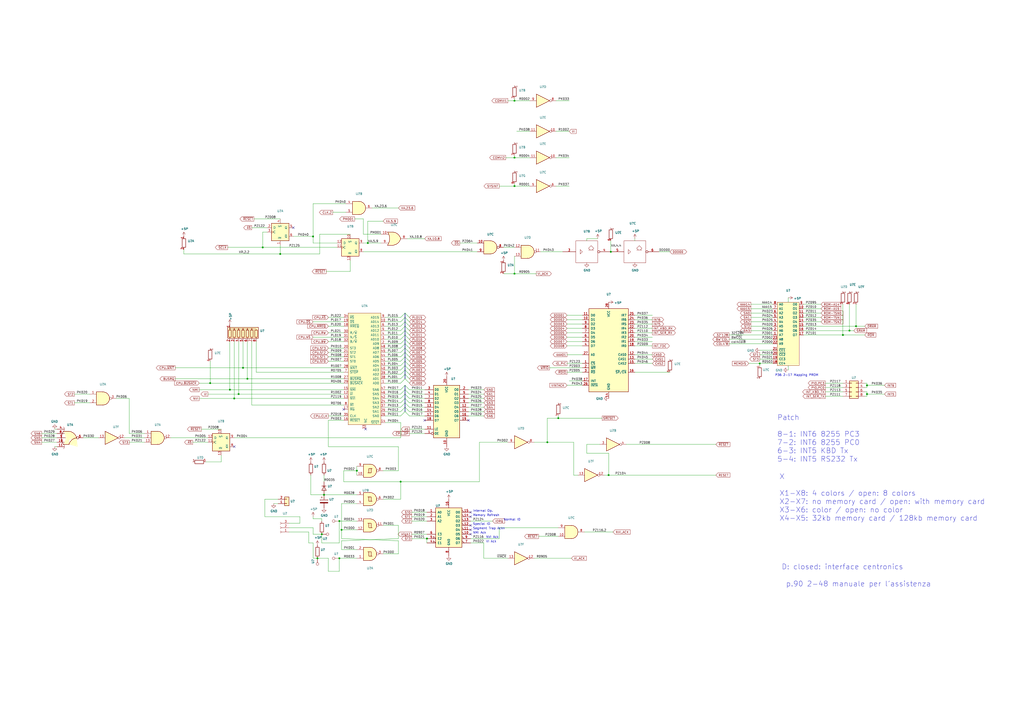
<source format=kicad_sch>
(kicad_sch (version 20220820) (generator eeschema)
  (paper "A2")
  (title_block (title "10 CPU"))
  (junction (at 187.96 287.02))
  (junction (at 298.45 107.95))
  (junction (at 184.15 323.85))
  (junction (at 162.56 147.32))
  (junction (at 298.45 158.75))
  (junction (at 323.85 242.57))
  (junction (at 298.45 58.42))
  (junction (at 196.85 323.85))
  (junction (at 198.12 307.34))
  (junction (at 138.43 228.6))
  (junction (at 247.65 312.42))
  (junction (at 140.97 213.36))
  (junction (at 121.92 222.25))
  (junction (at 196.85 302.26))
  (junction (at 488.95 194.31))
  (junction (at 186.69 309.88))
  (junction (at 492.76 191.77))
  (junction (at 317.5 256.54))
  (junction (at 354.33 146.05))
  (junction (at 135.89 231.14))
  (junction (at 152.4 143.51))
  (junction (at 440.69 210.82))
  (junction (at 232.41 279.4))
  (junction (at 298.45 91.44))
  (junction (at 133.35 226.06))
  (junction (at 496.57 189.23))
  (junction (at 502.92 228.6))
  (junction (at 207.01 273.05))
  (junction (at 353.06 275.59))
  (junction (at 502.92 223.52))
  (junction (at 181.61 137.16))
  (junction (at 143.51 219.71))
  (junction (at 213.36 140.97))
  (no_connect (at 273.05 307.34))
  (no_connect (at 246.38 243.84))
  (no_connect (at 273.05 299.72))
  (no_connect (at 199.39 237.49))
  (no_connect (at 273.05 304.8))
  (no_connect (at 665.48 339.09))
  (no_connect (at 170.18 132.08))
  (no_connect (at 271.78 243.84))
  (no_connect (at 135.89 259.08))
  (no_connect (at 212.09 248.92))
  (no_connect (at 273.05 309.88))
  (no_connect (at 273.05 297.18))
  (no_connect (at 619.76 53.34))
  (bus_entry (at 234.95 238.76) (size -2.54 2.54))
  (bus_entry (at 234.95 233.68) (size 2.54 2.54))
  (bus_entry (at 234.95 228.6) (size -2.54 2.54))
  (bus_entry (at 234.95 189.23) (size -2.54 2.54))
  (bus_entry (at 234.95 226.06) (size 2.54 2.54))
  (bus_entry (at 234.95 207.01) (size 2.54 2.54))
  (bus_entry (at 234.95 226.06) (size -2.54 2.54))
  (bus_entry (at 234.95 212.09) (size 2.54 2.54))
  (bus_entry (at 234.95 212.09) (size -2.54 2.54))
  (bus_entry (at 234.95 199.39) (size -2.54 2.54))
  (bus_entry (at 234.95 214.63) (size -2.54 2.54))
  (bus_entry (at 234.95 181.61) (size 2.54 2.54))
  (bus_entry (at 234.95 223.52) (size 2.54 2.54))
  (bus_entry (at 234.95 204.47) (size 2.54 2.54))
  (bus_entry (at 234.95 231.14) (size 2.54 2.54))
  (bus_entry (at 234.95 186.69) (size -2.54 2.54))
  (bus_entry (at 234.95 207.01) (size -2.54 2.54))
  (bus_entry (at 234.95 199.39) (size 2.54 2.54))
  (bus_entry (at 234.95 196.85) (size 2.54 2.54))
  (bus_entry (at 234.95 209.55) (size 2.54 2.54))
  (bus_entry (at 234.95 228.6) (size 2.54 2.54))
  (bus_entry (at 234.95 189.23) (size 2.54 2.54))
  (bus_entry (at 234.95 217.17) (size 2.54 2.54))
  (bus_entry (at 234.95 236.22) (size 2.54 2.54))
  (bus_entry (at 234.95 186.69) (size 2.54 2.54))
  (bus_entry (at 234.95 219.71) (size 2.54 2.54))
  (bus_entry (at 234.95 204.47) (size -2.54 2.54))
  (bus_entry (at 234.95 231.14) (size -2.54 2.54))
  (bus_entry (at 234.95 201.93) (size 2.54 2.54))
  (bus_entry (at 234.95 181.61) (size -2.54 2.54))
  (bus_entry (at 234.95 219.71) (size -2.54 2.54))
  (bus_entry (at 234.95 223.52) (size -2.54 2.54))
  (bus_entry (at 234.95 194.31) (size -2.54 2.54))
  (bus_entry (at 234.95 191.77) (size 2.54 2.54))
  (bus_entry (at 234.95 238.76) (size 2.54 2.54))
  (bus_entry (at 234.95 236.22) (size -2.54 2.54))
  (bus_entry (at 234.95 196.85) (size -2.54 2.54))
  (bus_entry (at 234.95 184.15) (size 2.54 2.54))
  (bus_entry (at 234.95 191.77) (size -2.54 2.54))
  (bus_entry (at 234.95 184.15) (size -2.54 2.54))
  (bus_entry (at 234.95 194.31) (size 2.54 2.54))
  (bus_entry (at 234.95 217.17) (size -2.54 2.54))
  (bus_entry (at 234.95 209.55) (size -2.54 2.54))
  (bus_entry (at 234.95 233.68) (size -2.54 2.54))
  (bus_entry (at 234.95 201.93) (size -2.54 2.54))
  (bus_entry (at 234.95 214.63) (size 2.54 2.54))
  (wire (pts (xy 52.07 233.68) (xy 43.18 233.68)))
  (wire (pts (xy 466.09 179.07) (xy 476.25 179.07)))
  (wire (pts (xy 232.41 196.85) (xy 223.52 196.85)))
  (wire (pts (xy 205.74 127) (xy 210.82 127)))
  (wire (pts (xy 247.65 312.42) (xy 247.65 314.96)))
  (wire (pts (xy 318.77 213.36) (xy 337.82 213.36)))
  (wire (pts (xy 294.64 58.42) (xy 298.45 58.42)))
  (wire (pts (xy 190.5 259.08) (xy 231.14 259.08)))
  (wire (pts (xy 198.12 318.77) (xy 207.01 318.77)))
  (wire (pts (xy 502.92 228.6) (xy 502.92 229.87)))
  (wire (pts (xy 353.06 275.59) (xy 415.29 275.59)))
  (wire (pts (xy 196.85 302.26) (xy 207.01 302.26)))
  (wire (pts (xy 488.95 176.53) (xy 488.95 194.31)))
  (wire (pts (xy 52.07 228.6) (xy 43.18 228.6)))
  (bus (pts (xy 234.95 207.01) (xy 234.95 209.55)))
  (wire (pts (xy 457.2 212.09) (xy 457.2 214.63)))
  (wire (pts (xy 492.76 176.53) (xy 492.76 191.77)))
  (wire (pts (xy 232.41 238.76) (xy 223.52 238.76)))
  (bus (pts (xy 234.95 191.77) (xy 234.95 194.31)))
  (wire (pts (xy 146.05 234.95) (xy 199.39 234.95)))
  (wire (pts (xy 298.45 90.17) (xy 298.45 91.44)))
  (wire (pts (xy 435.61 176.53) (xy 448.31 176.53)))
  (wire (pts (xy 422.91 196.85) (xy 448.31 196.85)))
  (wire (pts (xy 298.45 58.42) (xy 307.34 58.42)))
  (wire (pts (xy 435.61 184.15) (xy 448.31 184.15)))
  (bus (pts (xy 234.95 196.85) (xy 234.95 199.39)))
  (wire (pts (xy 147.32 127) (xy 162.56 127)))
  (wire (pts (xy 158.75 292.1) (xy 161.29 292.1)))
  (wire (pts (xy 273.05 312.42) (xy 289.56 312.42)))
  (wire (pts (xy 378.46 208.28) (xy 368.3 208.28)))
  (wire (pts (xy 186.69 309.88) (xy 186.69 314.96)))
  (wire (pts (xy 502.92 227.33) (xy 502.92 228.6)))
  (wire (pts (xy 435.61 191.77) (xy 448.31 191.77)))
  (wire (pts (xy 298.45 57.15) (xy 298.45 58.42)))
  (wire (pts (xy 48.26 254) (xy 57.15 254)))
  (wire (pts (xy 368.3 215.9) (xy 388.62 215.9)))
  (wire (pts (xy 181.61 137.16) (xy 181.61 140.97)))
  (wire (pts (xy 247.65 309.88) (xy 238.76 309.88)))
  (bus (pts (xy 234.95 236.22) (xy 234.95 238.76)))
  (wire (pts (xy 330.2 58.42) (xy 322.58 58.42)))
  (wire (pts (xy 199.39 201.93) (xy 190.5 201.93)))
  (wire (pts (xy 232.41 186.69) (xy 223.52 186.69)))
  (wire (pts (xy 181.61 314.96) (xy 181.61 323.85)))
  (wire (pts (xy 181.61 118.11) (xy 200.66 118.11)))
  (wire (pts (xy 378.46 195.58) (xy 368.3 195.58)))
  (wire (pts (xy 196.85 323.85) (xy 207.01 323.85)))
  (wire (pts (xy 298.45 107.95) (xy 307.34 107.95)))
  (wire (pts (xy 196.85 331.47) (xy 196.85 323.85)))
  (bus (pts (xy 234.95 204.47) (xy 234.95 207.01)))
  (wire (pts (xy 237.49 251.46) (xy 246.38 251.46)))
  (bus (pts (xy 234.95 212.09) (xy 234.95 214.63)))
  (wire (pts (xy 378.46 187.96) (xy 368.3 187.96)))
  (wire (pts (xy 440.69 203.2) (xy 448.31 203.2)))
  (wire (pts (xy 448.31 208.28) (xy 440.69 208.28)))
  (wire (pts (xy 181.61 309.88) (xy 186.69 309.88)))
  (wire (pts (xy 232.41 231.14) (xy 223.52 231.14)))
  (wire (pts (xy 74.93 231.14) (xy 74.93 251.46)))
  (wire (pts (xy 246.38 241.3) (xy 237.49 241.3)))
  (wire (pts (xy 328.93 215.9) (xy 337.82 215.9)))
  (wire (pts (xy 106.68 144.78) (xy 106.68 147.32)))
  (wire (pts (xy 232.41 201.93) (xy 223.52 201.93)))
  (wire (pts (xy 196.85 314.96) (xy 196.85 302.26)))
  (wire (pts (xy 173.99 303.53) (xy 167.64 303.53)))
  (wire (pts (xy 280.67 238.76) (xy 271.78 238.76)))
  (wire (pts (xy 246.38 236.22) (xy 237.49 236.22)))
  (wire (pts (xy 298.45 91.44) (xy 307.34 91.44)))
  (wire (pts (xy 186.69 300.99) (xy 186.69 302.26)))
  (wire (pts (xy 152.4 143.51) (xy 195.58 143.51)))
  (wire (pts (xy 210.82 135.89) (xy 220.98 135.89)))
  (wire (pts (xy 232.41 228.6) (xy 223.52 228.6)))
  (wire (pts (xy 501.65 227.33) (xy 502.92 227.33)))
  (wire (pts (xy 280.67 228.6) (xy 271.78 228.6)))
  (wire (pts (xy 153.67 289.56) (xy 153.67 299.72)))
  (wire (pts (xy 181.61 323.85) (xy 184.15 323.85)))
  (wire (pts (xy 170.18 137.16) (xy 181.61 137.16)))
  (wire (pts (xy 466.09 194.31) (xy 488.95 194.31)))
  (wire (pts (xy 340.36 138.43) (xy 340.36 139.7)))
  (wire (pts (xy 143.51 198.12) (xy 143.51 219.71)))
  (wire (pts (xy 199.39 184.15) (xy 190.5 184.15)))
  (wire (pts (xy 181.61 195.58) (xy 199.39 195.58)))
  (wire (pts (xy 378.46 200.66) (xy 368.3 200.66)))
  (wire (pts (xy 143.51 219.71) (xy 199.39 219.71)))
  (wire (pts (xy 280.67 241.3) (xy 271.78 241.3)))
  (wire (pts (xy 378.46 190.5) (xy 368.3 190.5)))
  (wire (pts (xy 496.57 176.53) (xy 496.57 189.23)))
  (wire (pts (xy 328.93 182.88) (xy 337.82 182.88)))
  (wire (pts (xy 115.57 222.25) (xy 121.92 222.25)))
  (wire (pts (xy 448.31 210.82) (xy 440.69 210.82)))
  (wire (pts (xy 232.41 204.47) (xy 223.52 204.47)))
  (wire (pts (xy 181.61 300.99) (xy 186.69 300.99)))
  (wire (pts (xy 434.34 210.82) (xy 440.69 210.82)))
  (wire (pts (xy 246.38 238.76) (xy 237.49 238.76)))
  (wire (pts (xy 199.39 207.01) (xy 190.5 207.01)))
  (wire (pts (xy 198.12 292.1) (xy 207.01 292.1)))
  (wire (pts (xy 184.15 323.85) (xy 190.5 323.85)))
  (wire (pts (xy 146.05 132.08) (xy 154.94 132.08)))
  (wire (pts (xy 382.27 146.05) (xy 388.62 146.05)))
  (bus (pts (xy 234.95 233.68) (xy 234.95 236.22)))
  (wire (pts (xy 187.96 279.4) (xy 187.96 275.59)))
  (wire (pts (xy 293.37 91.44) (xy 298.45 91.44)))
  (wire (pts (xy 232.41 217.17) (xy 223.52 217.17)))
  (wire (pts (xy 309.88 256.54) (xy 317.5 256.54)))
  (wire (pts (xy 119.38 267.97) (xy 128.27 267.97)))
  (wire (pts (xy 232.41 245.11) (xy 223.52 245.11)))
  (wire (pts (xy 199.39 273.05) (xy 199.39 279.4)))
  (wire (pts (xy 266.7 140.97) (xy 276.86 140.97)))
  (wire (pts (xy 232.41 194.31) (xy 223.52 194.31)))
  (wire (pts (xy 135.89 198.12) (xy 135.89 231.14)))
  (wire (pts (xy 496.57 189.23) (xy 501.65 189.23)))
  (wire (pts (xy 457.2 172.72) (xy 457.2 175.26)))
  (wire (pts (xy 328.93 200.66) (xy 337.82 200.66)))
  (wire (pts (xy 466.09 176.53) (xy 476.25 176.53)))
  (bus (pts (xy 234.95 209.55) (xy 234.95 212.09)))
  (wire (pts (xy 215.9 120.65) (xy 231.14 120.65)))
  (wire (pts (xy 181.61 314.96) (xy 179.07 314.96)))
  (wire (pts (xy 292.1 158.75) (xy 298.45 158.75)))
  (wire (pts (xy 115.57 226.06) (xy 133.35 226.06)))
  (wire (pts (xy 323.85 241.3) (xy 323.85 242.57)))
  (wire (pts (xy 128.27 264.16) (xy 128.27 267.97)))
  (wire (pts (xy 309.88 323.85) (xy 331.47 323.85)))
  (wire (pts (xy 337.82 205.74) (xy 328.93 205.74)))
  (wire (pts (xy 146.05 198.12) (xy 146.05 234.95)))
  (wire (pts (xy 121.92 209.55) (xy 121.92 222.25)))
  (wire (pts (xy 435.61 181.61) (xy 448.31 181.61)))
  (wire (pts (xy 501.65 222.25) (xy 502.92 222.25)))
  (wire (pts (xy 152.4 134.62) (xy 152.4 143.51)))
  (wire (pts (xy 466.09 186.69) (xy 476.25 186.69)))
  (wire (pts (xy 440.69 210.82) (xy 440.69 212.09)))
  (wire (pts (xy 200.66 123.19) (xy 193.04 123.19)))
  (wire (pts (xy 246.38 228.6) (xy 237.49 228.6)))
  (wire (pts (xy 33.02 256.54) (xy 24.13 256.54)))
  (wire (pts (xy 198.12 307.34) (xy 198.12 312.42)))
  (wire (pts (xy 273.05 302.26) (xy 285.75 302.26)))
  (wire (pts (xy 83.82 256.54) (xy 74.93 256.54)))
  (wire (pts (xy 435.61 186.69) (xy 448.31 186.69)))
  (wire (pts (xy 280.67 314.96) (xy 280.67 323.85)))
  (wire (pts (xy 339.09 308.61) (xy 355.6 308.61)))
  (wire (pts (xy 298.45 158.75) (xy 311.15 158.75)))
  (wire (pts (xy 298.45 158.75) (xy 298.45 148.59)))
  (wire (pts (xy 422.91 194.31) (xy 448.31 194.31)))
  (wire (pts (xy 492.76 191.77) (xy 495.3 191.77)))
  (wire (pts (xy 502.92 222.25) (xy 502.92 223.52)))
  (wire (pts (xy 502.92 224.79) (xy 501.65 224.79)))
  (wire (pts (xy 222.25 321.31) (xy 231.14 321.31)))
  (wire (pts (xy 203.2 157.48) (xy 203.2 151.13)))
  (wire (pts (xy 232.41 184.15) (xy 223.52 184.15)))
  (wire (pts (xy 232.41 219.71) (xy 223.52 219.71)))
  (bus (pts (xy 234.95 217.17) (xy 234.95 219.71)))
  (wire (pts (xy 33.02 254) (xy 24.13 254)))
  (wire (pts (xy 115.57 231.14) (xy 135.89 231.14)))
  (wire (pts (xy 328.93 195.58) (xy 337.82 195.58)))
  (wire (pts (xy 328.93 187.96) (xy 337.82 187.96)))
  (wire (pts (xy 120.65 228.6) (xy 138.43 228.6)))
  (wire (pts (xy 213.36 128.27) (xy 222.25 128.27)))
  (wire (pts (xy 198.12 313.69) (xy 231.14 312.42)))
  (wire (pts (xy 478.79 224.79) (xy 488.95 224.79)))
  (wire (pts (xy 317.5 242.57) (xy 323.85 242.57)))
  (wire (pts (xy 278.13 256.54) (xy 294.64 256.54)))
  (wire (pts (xy 317.5 256.54) (xy 332.74 256.54)))
  (wire (pts (xy 210.82 127) (xy 210.82 135.89)))
  (wire (pts (xy 435.61 189.23) (xy 448.31 189.23)))
  (wire (pts (xy 198.12 292.1) (xy 198.12 307.34)))
  (bus (pts (xy 234.95 226.06) (xy 234.95 228.6)))
  (wire (pts (xy 247.65 297.18) (xy 238.76 297.18)))
  (wire (pts (xy 181.61 140.97) (xy 195.58 140.97)))
  (wire (pts (xy 478.79 222.25) (xy 488.95 222.25)))
  (wire (pts (xy 322.58 76.2) (xy 330.2 76.2)))
  (wire (pts (xy 353.06 262.89) (xy 340.36 262.89)))
  (wire (pts (xy 173.99 299.72) (xy 173.99 303.53)))
  (wire (pts (xy 33.02 251.46) (xy 24.13 251.46)))
  (wire (pts (xy 181.61 118.11) (xy 181.61 137.16)))
  (wire (pts (xy 317.5 242.57) (xy 317.5 256.54)))
  (wire (pts (xy 138.43 198.12) (xy 138.43 228.6)))
  (wire (pts (xy 162.56 147.32) (xy 162.56 142.24)))
  (wire (pts (xy 203.2 135.89) (xy 185.42 135.89)))
  (wire (pts (xy 138.43 228.6) (xy 199.39 228.6)))
  (wire (pts (xy 328.93 185.42) (xy 337.82 185.42)))
  (wire (pts (xy 148.59 215.9) (xy 199.39 215.9)))
  (wire (pts (xy 247.65 302.26) (xy 238.76 302.26)))
  (wire (pts (xy 328.93 223.52) (xy 337.82 223.52)))
  (wire (pts (xy 101.6 213.36) (xy 140.97 213.36)))
  (wire (pts (xy 232.41 222.25) (xy 223.52 222.25)))
  (wire (pts (xy 99.06 254) (xy 120.65 254)))
  (wire (pts (xy 280.67 226.06) (xy 271.78 226.06)))
  (wire (pts (xy 323.85 311.15) (xy 312.42 311.15)))
  (wire (pts (xy 232.41 214.63) (xy 223.52 214.63)))
  (wire (pts (xy 31.75 259.08) (xy 33.02 259.08)))
  (wire (pts (xy 246.38 231.14) (xy 237.49 231.14)))
  (wire (pts (xy 378.46 205.74) (xy 368.3 205.74)))
  (wire (pts (xy 330.2 91.44) (xy 322.58 91.44)))
  (wire (pts (xy 148.59 198.12) (xy 148.59 215.9)))
  (wire (pts (xy 232.41 233.68) (xy 223.52 233.68)))
  (wire (pts (xy 368.3 138.43) (xy 368.3 139.7)))
  (wire (pts (xy 280.67 231.14) (xy 271.78 231.14)))
  (wire (pts (xy 353.06 275.59) (xy 353.06 262.89)))
  (wire (pts (xy 231.14 259.08) (xy 231.14 273.05)))
  (wire (pts (xy 153.67 299.72) (xy 173.99 299.72)))
  (bus (pts (xy 234.95 184.15) (xy 234.95 186.69)))
  (wire (pts (xy 502.92 229.87) (xy 501.65 229.87)))
  (wire (pts (xy 190.5 189.23) (xy 199.39 189.23)))
  (wire (pts (xy 289.56 107.95) (xy 298.45 107.95)))
  (bus (pts (xy 234.95 223.52) (xy 234.95 226.06)))
  (wire (pts (xy 378.46 193.04) (xy 368.3 193.04)))
  (wire (pts (xy 232.41 279.4) (xy 278.13 279.4)))
  (wire (pts (xy 502.92 223.52) (xy 513.08 223.52)))
  (wire (pts (xy 448.31 205.74) (xy 440.69 205.74)))
  (wire (pts (xy 232.41 289.56) (xy 222.25 289.56)))
  (wire (pts (xy 247.65 312.42) (xy 238.76 312.42)))
  (wire (pts (xy 135.89 231.14) (xy 199.39 231.14)))
  (wire (pts (xy 289.56 312.42) (xy 289.56 306.07)))
  (wire (pts (xy 332.74 256.54) (xy 332.74 275.59)))
  (wire (pts (xy 140.97 198.12) (xy 140.97 213.36)))
  (wire (pts (xy 210.82 146.05) (xy 276.86 146.05)))
  (wire (pts (xy 121.92 222.25) (xy 199.39 222.25)))
  (wire (pts (xy 179.07 314.96) (xy 179.07 308.61)))
  (wire (pts (xy 332.74 275.59) (xy 335.28 275.59)))
  (wire (pts (xy 181.61 306.07) (xy 167.64 306.07)))
  (wire (pts (xy 101.6 219.71) (xy 143.51 219.71)))
  (wire (pts (xy 232.41 279.4) (xy 232.41 289.56)))
  (wire (pts (xy 67.31 231.14) (xy 74.93 231.14)))
  (wire (pts (xy 232.41 209.55) (xy 223.52 209.55)))
  (wire (pts (xy 346.71 138.43) (xy 340.36 138.43)))
  (wire (pts (xy 106.68 147.32) (xy 162.56 147.32)))
  (wire (pts (xy 213.36 140.97) (xy 220.98 140.97)))
  (bus (pts (xy 234.95 228.6) (xy 234.95 231.14)))
  (wire (pts (xy 328.93 190.5) (xy 337.82 190.5)))
  (wire (pts (xy 289.56 306.07) (xy 323.85 306.07)))
  (wire (pts (xy 179.07 308.61) (xy 167.64 308.61)))
  (wire (pts (xy 378.46 182.88) (xy 368.3 182.88)))
  (wire (pts (xy 466.09 189.23) (xy 496.57 189.23)))
  (wire (pts (xy 231.14 321.31) (xy 231.14 313.69)))
  (wire (pts (xy 190.5 198.12) (xy 199.39 198.12)))
  (wire (pts (xy 190.5 243.84) (xy 190.5 259.08)))
  (bus (pts (xy 234.95 199.39) (xy 234.95 201.93)))
  (wire (pts (xy 31.75 248.92) (xy 33.02 248.92)))
  (wire (pts (xy 199.39 204.47) (xy 190.5 204.47)))
  (bus (pts (xy 234.95 214.63) (xy 234.95 217.17)))
  (wire (pts (xy 133.35 226.06) (xy 199.39 226.06)))
  (wire (pts (xy 354.33 139.7) (xy 354.33 146.05)))
  (wire (pts (xy 207.01 307.34) (xy 198.12 307.34)))
  (wire (pts (xy 199.39 241.3) (xy 190.5 241.3)))
  (wire (pts (xy 231.14 313.69) (xy 198.12 312.42)))
  (wire (pts (xy 111.76 256.54) (xy 120.65 256.54)))
  (wire (pts (xy 435.61 179.07) (xy 448.31 179.07)))
  (wire (pts (xy 181.61 186.69) (xy 199.39 186.69)))
  (wire (pts (xy 328.93 198.12) (xy 337.82 198.12)))
  (wire (pts (xy 502.92 228.6) (xy 513.08 228.6)))
  (wire (pts (xy 232.41 189.23) (xy 223.52 189.23)))
  (wire (pts (xy 478.79 227.33) (xy 488.95 227.33)))
  (wire (pts (xy 422.91 199.39) (xy 448.31 199.39)))
  (wire (pts (xy 199.39 209.55) (xy 190.5 209.55)))
  (wire (pts (xy 246.38 226.06) (xy 237.49 226.06)))
  (wire (pts (xy 207.01 273.05) (xy 199.39 273.05)))
  (wire (pts (xy 83.82 251.46) (xy 74.93 251.46)))
  (wire (pts (xy 140.97 213.36) (xy 199.39 213.36)))
  (bus (pts (xy 234.95 231.14) (xy 234.95 233.68)))
  (wire (pts (xy 207.01 273.05) (xy 207.01 275.59)))
  (wire (pts (xy 378.46 198.12) (xy 368.3 198.12)))
  (wire (pts (xy 232.41 236.22) (xy 223.52 236.22)))
  (wire (pts (xy 199.39 243.84) (xy 190.5 243.84)))
  (wire (pts (xy 190.5 193.04) (xy 199.39 193.04)))
  (wire (pts (xy 135.89 254) (xy 232.41 254)))
  (wire (pts (xy 363.22 257.81) (xy 415.29 257.81)))
  (wire (pts (xy 185.42 135.89) (xy 185.42 147.32)))
  (wire (pts (xy 210.82 140.97) (xy 213.36 140.97)))
  (wire (pts (xy 222.25 273.05) (xy 231.14 273.05)))
  (wire (pts (xy 199.39 279.4) (xy 232.41 279.4)))
  (wire (pts (xy 189.23 157.48) (xy 203.2 157.48)))
  (wire (pts (xy 246.38 233.68) (xy 237.49 233.68)))
  (wire (pts (xy 186.69 314.96) (xy 196.85 314.96)))
  (wire (pts (xy 181.61 299.72) (xy 181.61 300.99)))
  (wire (pts (xy 330.2 107.95) (xy 322.58 107.95)))
  (wire (pts (xy 185.42 147.32) (xy 162.56 147.32)))
  (wire (pts (xy 280.67 233.68) (xy 271.78 233.68)))
  (bus (pts (xy 234.95 194.31) (xy 234.95 196.85)))
  (wire (pts (xy 337.82 210.82) (xy 328.93 210.82)))
  (wire (pts (xy 133.35 198.12) (xy 133.35 226.06)))
  (wire (pts (xy 340.36 257.81) (xy 347.98 257.81)))
  (wire (pts (xy 330.2 220.98) (xy 337.82 220.98)))
  (wire (pts (xy 340.36 262.89) (xy 340.36 257.81)))
  (wire (pts (xy 350.52 275.59) (xy 353.06 275.59)))
  (wire (pts (xy 187.96 287.02) (xy 207.01 287.02)))
  (bus (pts (xy 234.95 181.61) (xy 234.95 184.15)))
  (wire (pts (xy 198.12 313.69) (xy 198.12 318.77)))
  (wire (pts (xy 466.09 184.15) (xy 476.25 184.15)))
  (wire (pts (xy 232.41 241.3) (xy 223.52 241.3)))
  (wire (pts (xy 478.79 229.87) (xy 488.95 229.87)))
  (wire (pts (xy 154.94 134.62) (xy 152.4 134.62)))
  (wire (pts (xy 231.14 304.8) (xy 231.14 312.42)))
  (wire (pts (xy 232.41 226.06) (xy 223.52 226.06)))
  (wire (pts (xy 181.61 309.88) (xy 181.61 306.07)))
  (wire (pts (xy 153.67 289.56) (xy 161.29 289.56)))
  (wire (pts (xy 292.1 143.51) (xy 298.45 143.51)))
  (wire (pts (xy 180.34 287.02) (xy 187.96 287.02)))
  (wire (pts (xy 378.46 185.42) (xy 368.3 185.42)))
  (wire (pts (xy 378.46 210.82) (xy 368.3 210.82)))
  (wire (pts (xy 128.27 248.92) (xy 116.84 248.92)))
  (wire (pts (xy 232.41 199.39) (xy 223.52 199.39)))
  (wire (pts (xy 307.34 76.2) (xy 299.72 76.2)))
  (wire (pts (xy 278.13 256.54) (xy 278.13 279.4)))
  (wire (pts (xy 273.05 314.96) (xy 280.67 314.96)))
  (bus (pts (xy 234.95 186.69) (xy 234.95 189.23)))
  (wire (pts (xy 328.93 193.04) (xy 337.82 193.04)))
  (wire (pts (xy 190.5 323.85) (xy 190.5 331.47)))
  (wire (pts (xy 488.95 194.31) (xy 501.65 194.31)))
  (wire (pts (xy 298.45 106.68) (xy 298.45 107.95)))
  (wire (pts (xy 466.09 181.61) (xy 476.25 181.61)))
  (wire (pts (xy 313.69 146.05) (xy 326.39 146.05)))
  (wire (pts (xy 502.92 223.52) (xy 502.92 224.79)))
  (wire (pts (xy 180.34 275.59) (xy 180.34 287.02)))
  (wire (pts (xy 466.09 191.77) (xy 492.76 191.77)))
  (wire (pts (xy 280.67 323.85) (xy 294.64 323.85)))
  (wire (pts (xy 236.22 138.43) (xy 246.38 138.43)))
  (wire (pts (xy 232.41 207.01) (xy 223.52 207.01)))
  (wire (pts (xy 237.49 248.92) (xy 246.38 248.92)))
  (wire (pts (xy 152.4 143.51) (xy 132.08 143.51)))
  (wire (pts (xy 190.5 331.47) (xy 196.85 331.47)))
  (wire (pts (xy 232.41 212.09) (xy 223.52 212.09)))
  (wire (pts (xy 232.41 191.77) (xy 223.52 191.77)))
  (wire (pts (xy 222.25 304.8) (xy 231.14 304.8)))
  (wire (pts (xy 232.41 245.11) (xy 232.41 254)))
  (wire (pts (xy 83.82 254) (xy 72.39 254)))
  (wire (pts (xy 213.36 140.97) (xy 213.36 128.27)))
  (bus (pts (xy 234.95 189.23) (xy 234.95 191.77)))
  (wire (pts (xy 323.85 242.57) (xy 349.25 242.57)))
  (wire (pts (xy 207.01 270.51) (xy 207.01 273.05)))
  (bus (pts (xy 234.95 201.93) (xy 234.95 204.47)))
  (wire (pts (xy 247.65 299.72) (xy 238.76 299.72)))
  (wire (pts (xy 280.67 236.22) (xy 271.78 236.22)))
  (text "Segment Trap Ackn" (at 274.32 307.34 0) (effects (font (size 1.27 1.27)) (justify left bottom)))
  (text "D: closed: interface centronics\n\n\n" (at 453.39 340.36 0) (effects (font (size 2.9972 2.9972)) (justify left bottom)))
  (text "Normal IO" (at 292.1 302.26 0) (effects (font (size 1.27 1.27)) (justify left bottom)))
  (text "Memory Refresh" (at 274.32 299.72 0) (effects (font (size 1.27 1.27)) (justify left bottom)))
  (text "p.90 2-48 manuale per l’assistenza\n\n" (at 455.93 345.44 0) (effects (font (size 2.9972 2.9972)) (justify left bottom)))
  (text "Internal Op." (at 274.32 297.18 0) (effects (font (size 1.27 1.27)) (justify left bottom)))
  (text "NMI Ack" (at 274.32 309.88 0) (effects (font (size 1.27 1.27)) (justify left bottom)))
  (text "Special IO" (at 274.32 304.8 0) (effects (font (size 1.27 1.27)) (justify left bottom)))
  (text "X\n\nX1-X8: 4 colors / open: 8 colors\nX2-X7: no memory card / open: with memory card\nX3-X6: color / open: no color\nX4-X5: 32kb memory card / 128kb memory card\n\n" (at 452.12 307.34 0) (effects (font (size 2.9972 2.9972)) (justify left bottom)))
  (text "Patch \n\n8-1: INT6 8255 PC3\n7-2: INT6 8255 PC0\n6-3: INT5 KBD Tx\n5-4: INT5 RS232 Tx\n\n" (at 450.85 273.05 0) (effects (font (size 2.9972 2.9972)) (justify left bottom)))
  (text "P36 2-17 Mapping PROM" (at 449.58 218.44 0) (effects (font (size 1.27 1.27)) (justify left bottom)))
  (text "NVI Ack" (at 281.94 312.42 0) (effects (font (size 1.27 1.27)) (justify left bottom)))
  (text "VI Ack" (at 281.94 314.96 0) (effects (font (size 1.27 1.27)) (justify left bottom)))
  (label "R0406" (at 191.77 222.25 0))
  (label "PZ118" (at 481.33 224.79 0))
  (label "DDD00" (at 382.27 146.05 0))
  (label "PK026" (at 273.05 233.68 0))
  (label "PK022" (at 274.32 314.96 0))
  (label "PZ064" (at 267.97 140.97 0))
  (label "PL011" (at 224.79 194.31 0))
  (label "PM001" (at 214.63 135.89 0))
  (label "PZ116" (at 274.32 312.42 0))
  (label "PK040" (at 172.72 137.16 0))
  (label "PL003" (at 224.79 214.63 0))
  (label "PZ101" (at 467.36 194.31 0))
  (label "PK001" (at 199.39 318.77 0))
  (label "PZ008" (at 370.84 257.81 0))
  (label "PK021" (at 441.96 208.28 0))
  (label "PK035" (at 375.92 187.96 180))
  (label "R0028" (at 199.39 287.02 0))
  (label "PK044" (at 375.92 205.74 180))
  (label "PL010" (at 224.79 196.85 0))
  (label "PZ095" (at 467.36 176.53 0))
  (label "PL012" (at 224.79 191.77 0))
  (label "PZ123" (at 336.55 210.82 180))
  (label "PL008" (at 224.79 201.93 0))
  (label "PK019" (at 240.03 299.72 0))
  (label "PK011" (at 224.79 241.3 0))
  (label "PK020" (at 441.96 189.23 0))
  (label "PL021" (at 191.77 193.04 0))
  (label "R0035" (at 187.96 279.4 0))
  (label "PL017" (at 191.77 186.69 0))
  (label "PK015" (at 224.79 231.14 0))
  (label "PK023" (at 441.96 181.61 0))
  (label "PK021" (at 240.03 312.42 0))
  (label "PL002" (at 224.79 217.17 0))
  (label "PK021" (at 76.2 256.54 0))
  (label "PK036" (at 505.46 223.52 0))
  (label "PZ013" (at 467.36 189.23 0))
  (label "XA.5.9" (at 213.36 140.97 0))
  (label "PK038" (at 307.34 76.2 180))
  (label "PZ124" (at 274.32 302.26 0))
  (label "PK023" (at 273.05 226.06 0))
  (label "PL013" (at 224.79 189.23 0))
  (label "PK014" (at 224.79 233.68 0))
  (label "PK035" (at 505.46 228.6 0))
  (label "PK003" (at 191.77 243.84 0))
  (label "PZ011" (at 467.36 181.61 0))
  (label "PK043" (at 314.96 146.05 0))
  (label "PK016" (at 224.79 228.6 0))
  (label "PK028" (at 273.05 238.76 0))
  (label "PZ008" (at 153.67 127 0))
  (label "PZ000" (at 441.96 199.39 0))
  (label "R1002" (at 191.77 228.6 0))
  (label "PK025" (at 273.05 231.14 0))
  (label "PZ012" (at 467.36 184.15 0))
  (label "PK038" (at 331.47 220.98 0))
  (label "PZ035" (at 467.36 186.69 0))
  (label "PK012" (at 224.79 238.76 0))
  (label "PZ116.2" (at 351.79 308.61 180))
  (label "PK006" (at 67.31 231.14 0))
  (label "PZ121" (at 238.76 248.92 0))
  (label "PK020" (at 44.45 228.6 0))
  (label "PK006" (at 76.2 251.46 0))
  (label "PK042" (at 292.1 143.51 0))
  (label "PK015" (at 238.76 236.22 0))
  (label "PK037" (at 375.92 182.88 180))
  (label "R0004" (at 300.99 91.44 0))
  (label "R0001" (at 300.99 107.95 0))
  (label "PZ104" (at 356.87 275.59 0))
  (label "PK020" (at 240.03 302.26 0))
  (label "BW~{COL}" (at 424.18 196.85 0))
  (label "PZ120" (at 238.76 251.46 0))
  (label "PK019" (at 441.96 205.74 0))
  (label "AAA14" (at 441.96 176.53 0))
  (label "PK002" (at 222.25 289.56 0))
  (label "PK004" (at 137.16 254 0))
  (label "PZ113" (at 481.33 227.33 0))
  (label "R0905" (at 300.99 158.75 0))
  (label "PK008" (at 191.77 207.01 0))
  (label "PK027" (at 25.4 256.54 0))
  (label "PK013" (at 224.79 236.22 0))
  (label "PL006" (at 224.79 207.01 0))
  (label "PK000" (at 222.25 321.31 0))
  (label "PZ003" (at 330.2 213.36 0))
  (label "PK000" (at 199.39 307.34 0))
  (label "R0907" (at 240.03 309.88 0))
  (label "PZ110" (at 375.92 193.04 180))
  (label "~{VIACK}" (at 288.29 323.85 0))
  (label "PK014" (at 238.76 233.68 0))
  (label "PL020" (at 191.77 189.23 0))
  (label "PK030" (at 48.26 254 0))
  (label "PL005" (at 224.79 209.55 0))
  (label "PK004" (at 224.79 245.11 0))
  (label "PZ001" (at 441.96 194.31 0))
  (label "PL009" (at 224.79 199.39 0))
  (label "PK040" (at 194.31 118.11 0))
  (label "PL004" (at 224.79 212.09 0))
  (label "PK028" (at 25.4 254 0))
  (label "PK001" (at 222.25 304.8 0))
  (label "R0034" (at 199.39 302.26 0))
  (label "PZ119" (at 191.77 231.14 0))
  (label "XA.4.4" (at 354.33 143.51 0))
  (label "PK046" (at 375.92 210.82 180))
  (label "PL019" (at 191.77 195.58 0))
  (label "PZ111" (at 481.33 229.87 0))
  (label "PK005" (at 113.03 254 0))
  (label "PK010" (at 191.77 201.93 0))
  (label "PK029" (at 25.4 251.46 0))
  (label "PZ122" (at 147.32 132.08 0))
  (label "PL000" (at 224.79 222.25 0))
  (label "PZ008" (at 316.23 311.15 0))
  (label "PK000" (at 199.39 292.1 0))
  (label "PK033" (at 375.92 198.12 180))
  (label "PZ122" (at 113.03 256.54 0))
  (label "PZ009" (at 375.92 200.66 180))
  (label "R0503" (at 441.96 210.82 0))
  (label "PK009" (at 191.77 204.47 0))
  (label "PL018" (at 191.77 198.12 0))
  (label "PK025" (at 441.96 186.69 0))
  (label "PZ010" (at 467.36 179.07 0))
  (label "R1008" (at 191.77 219.71 0))
  (label "R0706" (at 191.77 234.95 0))
  (label "PK024" (at 441.96 184.15 0))
  (label "PK017" (at 224.79 226.06 0))
  (label "PK037" (at 330.2 107.95 180))
  (label "PK007" (at 191.77 209.55 0))
  (label "PL001" (at 224.79 219.71 0))
  (label "R1002" (at 323.85 76.2 0))
  (label "PK024" (at 273.05 228.6 0))
  (label "PK013" (at 238.76 231.14 0))
  (label "PZ112" (at 375.92 190.5 180))
  (label "PL022" (at 191.77 184.15 0))
  (label "32~{128K}" (at 424.18 194.31 0))
  (label "PK034" (at 330.2 91.44 180))
  (label "PZ014" (at 467.36 191.77 0))
  (label "PK003" (at 223.52 273.05 0))
  (label "PK018" (at 240.03 297.18 0))
  (label "PZ125" (at 167.64 143.51 0))
  (label "PZ005" (at 330.2 215.9 0))
  (label "PK011" (at 238.76 226.06 0))
  (label "PK026" (at 441.96 191.77 0))
  (label "R0002" (at 300.99 58.42 0))
  (label "PK034" (at 375.92 195.58 180))
  (label "PK036" (at 375.92 185.42 180))
  (label "PL015" (at 224.79 184.15 0))
  (label "PK045" (at 375.92 208.28 180))
  (label "AAA15" (at 441.96 179.07 0))
  (label "PZ008" (at 120.65 248.92 0))
  (label "R0705" (at 191.77 215.9 0))
  (label "R0905" (at 311.15 323.85 0))
  (label "R0033" (at 199.39 323.85 0))
  (label "PL007" (at 224.79 204.47 0))
  (label "PZ018" (at 191.77 241.3 0))
  (label "PK027" (at 273.05 236.22 0))
  (label "PK017" (at 238.76 241.3 0))
  (label "XR.2.2" (at 138.43 147.32 0))
  (label "col4~{col8}" (at 424.18 199.39 0))
  (label "PL014" (at 224.79 186.69 0))
  (label "PK019" (at 44.45 233.68 0))
  (label "R1007" (at 191.77 213.36 0))
  (label "PZ002" (at 441.96 196.85 0))
  (label "PK043" (at 331.47 223.52 0))
  (label "XA.23.6" (at 217.17 120.65 0))
  (label "PK012" (at 238.76 228.6 0))
  (label "PK002" (at 199.39 273.05 0))
  (label "PK016" (at 238.76 238.76 0))
  (label "XA.10.8" (at 237.49 138.43 0))
  (label "PK002" (at 288.29 256.54 0))
  (label "PZ117" (at 481.33 222.25 0))
  (label "PK033" (at 330.2 58.42 180))
  (label "PK029" (at 273.05 241.3 0))
  (label "PK031" (at 76.2 254 0))
  (label "PK041" (at 267.97 146.05 0))
  (global_label "~{DS}" (shape output) (at 266.7 140.97 180) (property "Intersheetrefs" "${INTERSHEET_REFS}" (at 0 0 0)))
  (global_label "AAA15" (shape output) (at 435.61 179.07 180) (property "Intersheetrefs" "${INTERSHEET_REFS}" (at 0 0 0)))
  (global_label "ROM-TSN1" (shape input) (at 476.25 184.15 0) (property "Intersheetrefs" "${INTERSHEET_REFS}" (at 0 0 0)))
  (global_label "PL000" (shape bidirectional) (at 237.49 222.25 0) (property "Intersheetrefs" "${INTERSHEET_REFS}" (at 0 0 0)))
  (global_label "INT_SER_RX" (shape output) (at 378.46 193.04 0) (property "Intersheetrefs" "${INTERSHEET_REFS}" (at 0 0 0)))
  (global_label "ST2" (shape output) (at 435.61 189.23 180) (property "Intersheetrefs" "${INTERSHEET_REFS}" (at 0 0 0)))
  (global_label "COL4^8" (shape output) (at 422.91 199.39 180) (property "Intersheetrefs" "${INTERSHEET_REFS}" (at 0 0 0)))
  (global_label "CPU.N~{S}" (shape input) (at 181.61 195.58 180) (property "Intersheetrefs" "${INTERSHEET_REFS}" (at 0 0 0)))
  (global_label "CPU.ST1" (shape input) (at 190.5 207.01 180) (property "Intersheetrefs" "${INTERSHEET_REFS}" (at 0 0 0)))
  (global_label "CPU.~{WAIT}" (shape output) (at 101.6 213.36 180) (property "Intersheetrefs" "${INTERSHEET_REFS}" (at 0 0 0)))
  (global_label "CAS0" (shape output) (at 378.46 205.74 0) (property "Intersheetrefs" "${INTERSHEET_REFS}" (at 0 0 0)))
  (global_label "PL001" (shape bidirectional) (at 237.49 219.71 0) (property "Intersheetrefs" "${INTERSHEET_REFS}" (at 0 0 0)))
  (global_label "DDD02" (shape bidirectional) (at 328.93 185.42 180) (property "Intersheetrefs" "${INTERSHEET_REFS}" (at 0 0 0)))
  (global_label "~{ROM}" (shape input) (at 501.65 194.31 0) (property "Intersheetrefs" "${INTERSHEET_REFS}" (at 0 0 0)))
  (global_label "DDD04" (shape bidirectional) (at 328.93 190.5 180) (property "Intersheetrefs" "${INTERSHEET_REFS}" (at 0 0 0)))
  (global_label "SN0" (shape output) (at 435.61 181.61 180) (property "Intersheetrefs" "${INTERSHEET_REFS}" (at 0 0 0)))
  (global_label "PL003" (shape bidirectional) (at 237.49 214.63 0) (property "Intersheetrefs" "${INTERSHEET_REFS}" (at 0 0 0)))
  (global_label "DDD01" (shape bidirectional) (at 328.93 182.88 180) (property "Intersheetrefs" "${INTERSHEET_REFS}" (at 0 0 0)))
  (global_label "VI" (shape input) (at 330.2 76.2 0) (property "Intersheetrefs" "${INTERSHEET_REFS}" (at 0 0 0)))
  (global_label "CPU.ST3" (shape input) (at 190.5 201.93 180) (property "Intersheetrefs" "${INTERSHEET_REFS}" (at 0 0 0)))
  (global_label "SN1" (shape output) (at 435.61 184.15 180) (property "Intersheetrefs" "${INTERSHEET_REFS}" (at 0 0 0)))
  (global_label "IO_PIC" (shape output) (at 328.93 210.82 180) (property "Intersheetrefs" "${INTERSHEET_REFS}" (at 0 0 0)))
  (global_label "XA.10.8" (shape input) (at 246.38 138.43 0) (property "Intersheetrefs" "${INTERSHEET_REFS}" (at 0 0 0)))
  (global_label "IORQ" (shape input) (at 285.75 302.26 0) (property "Intersheetrefs" "${INTERSHEET_REFS}" (at 0 0 0)))
  (global_label "ST3" (shape output) (at 74.93 256.54 180) (property "Intersheetrefs" "${INTERSHEET_REFS}" (at 0 0 0)))
  (global_label "CPU.B~{W}" (shape input) (at 190.5 198.12 180) (property "Intersheetrefs" "${INTERSHEET_REFS}" (at 0 0 0)))
  (global_label "DDD08" (shape bidirectional) (at 328.93 200.66 180) (property "Intersheetrefs" "${INTERSHEET_REFS}" (at 0 0 0)))
  (global_label "PL015" (shape bidirectional) (at 237.49 184.15 0) (property "Intersheetrefs" "${INTERSHEET_REFS}" (at 0 0 0)))
  (global_label "~{AS}" (shape output) (at 146.05 132.08 180) (property "Intersheetrefs" "${INTERSHEET_REFS}" (at 0 0 0)))
  (global_label "ST1" (shape output) (at 238.76 299.72 180) (property "Intersheetrefs" "${INTERSHEET_REFS}" (at 0 0 0)))
  (global_label "CAS1" (shape input) (at 378.46 208.28 0) (property "Intersheetrefs" "${INTERSHEET_REFS}" (at 0 0 0)))
  (global_label "CPU.RW" (shape input) (at 190.5 193.04 180) (property "Intersheetrefs" "${INTERSHEET_REFS}" (at 0 0 0)))
  (global_label "~{AS}" (shape output) (at 111.76 256.54 180) (property "Intersheetrefs" "${INTERSHEET_REFS}" (at 0 0 0)))
  (global_label "~{DRAM}" (shape input) (at 501.65 189.23 0) (property "Intersheetrefs" "${INTERSHEET_REFS}" (at 0 0 0)))
  (global_label "DDD07" (shape bidirectional) (at 328.93 198.12 180) (property "Intersheetrefs" "${INTERSHEET_REFS}" (at 0 0 0)))
  (global_label "ST2" (shape output) (at 43.18 228.6 180) (property "Intersheetrefs" "${INTERSHEET_REFS}" (at 0 0 0)))
  (global_label "INT6" (shape input) (at 513.08 223.52 0) (property "Intersheetrefs" "${INTERSHEET_REFS}" (at 0 0 0)))
  (global_label "PIO.PC3" (shape output) (at 478.79 222.25 180) (property "Intersheetrefs" "${INTERSHEET_REFS}" (at 0 0 0)))
  (global_label "SN3" (shape input) (at 280.67 233.68 0) (property "Intersheetrefs" "${INTERSHEET_REFS}" (at 0 0 0)))
  (global_label "CPU.~{DS}" (shape input) (at 181.61 186.69 180) (property "Intersheetrefs" "${INTERSHEET_REFS}" (at 0 0 0)))
  (global_label "~{RESET}" (shape input) (at 415.29 257.81 0) (property "Intersheetrefs" "${INTERSHEET_REFS}" (at 0 0 0)))
  (global_label "BUSRQ" (shape output) (at 101.6 219.71 180) (property "Intersheetrefs" "${INTERSHEET_REFS}" (at 0 0 0)))
  (global_label "PL013" (shape bidirectional) (at 237.49 189.23 0) (property "Intersheetrefs" "${INTERSHEET_REFS}" (at 0 0 0)))
  (global_label "~{CPU_OP}" (shape output) (at 237.49 251.46 180) (property "Intersheetrefs" "${INTERSHEET_REFS}" (at 0 0 0)))
  (global_label "INT_KBD_TX" (shape output) (at 478.79 227.33 180) (property "Intersheetrefs" "${INTERSHEET_REFS}" (at 0 0 0)))
  (global_label "VI" (shape output) (at 120.65 228.6 180) (property "Intersheetrefs" "${INTERSHEET_REFS}" (at 0 0 0)))
  (global_label "~{RESET}" (shape output) (at 116.84 248.92 180) (property "Intersheetrefs" "${INTERSHEET_REFS}" (at 0 0 0)))
  (global_label "PL011" (shape bidirectional) (at 237.49 194.31 0) (property "Intersheetrefs" "${INTERSHEET_REFS}" (at 0 0 0)))
  (global_label "XA.5.9" (shape input) (at 222.25 128.27 0) (property "Intersheetrefs" "${INTERSHEET_REFS}" (at 0 0 0)))
  (global_label "COMVI2" (shape output) (at 293.37 91.44 180) (property "Intersheetrefs" "${INTERSHEET_REFS}" (at 0 0 0)))
  (global_label "PL014" (shape bidirectional) (at 237.49 186.69 0) (property "Intersheetrefs" "${INTERSHEET_REFS}" (at 0 0 0)))
  (global_label "SN4" (shape input) (at 280.67 236.22 0) (property "Intersheetrefs" "${INTERSHEET_REFS}" (at 0 0 0)))
  (global_label "SN4" (shape output) (at 24.13 256.54 180) (property "Intersheetrefs" "${INTERSHEET_REFS}" (at 0 0 0)))
  (global_label "CPU.~{MREQ}" (shape input) (at 190.5 189.23 180) (property "Intersheetrefs" "${INTERSHEET_REFS}" (at 0 0 0)))
  (global_label "NVI_ACK" (shape input) (at 355.6 308.61 0) (property "Intersheetrefs" "${INTERSHEET_REFS}" (at 0 0 0)))
  (global_label "NMI" (shape output) (at 115.57 226.06 180) (property "Intersheetrefs" "${INTERSHEET_REFS}" (at 0 0 0)))
  (global_label "VINTACK" (shape input) (at 328.93 223.52 180) (property "Intersheetrefs" "${INTERSHEET_REFS}" (at 0 0 0)))
  (global_label "CPU.ST2" (shape input) (at 190.5 204.47 180) (property "Intersheetrefs" "${INTERSHEET_REFS}" (at 0 0 0)))
  (global_label "ROM-A15" (shape input) (at 476.25 179.07 0) (property "Intersheetrefs" "${INTERSHEET_REFS}" (at 0 0 0)))
  (global_label "DDD05" (shape bidirectional) (at 328.93 193.04 180) (property "Intersheetrefs" "${INTERSHEET_REFS}" (at 0 0 0)))
  (global_label "CLK.2" (shape output) (at 193.04 123.19 180) (property "Intersheetrefs" "${INTERSHEET_REFS}" (at 0 0 0)))
  (global_label "PL007" (shape bidirectional) (at 237.49 204.47 0) (property "Intersheetrefs" "${INTERSHEET_REFS}" (at 0 0 0)))
  (global_label "High1" (shape output) (at 238.76 309.88 180) (property "Intersheetrefs" "${INTERSHEET_REFS}" (at 0 0 0)))
  (global_label "SN3" (shape output) (at 435.61 191.77 180) (property "Intersheetrefs" "${INTERSHEET_REFS}" (at 0 0 0)))
  (global_label "ST3" (shape output) (at 440.69 208.28 180) (property "Intersheetrefs" "${INTERSHEET_REFS}" (at 0 0 0)))
  (global_label "SN5" (shape input) (at 280.67 238.76 0) (property "Intersheetrefs" "${INTERSHEET_REFS}" (at 0 0 0)))
  (global_label "VI_ACK" (shape input) (at 331.47 323.85 0) (property "Intersheetrefs" "${INTERSHEET_REFS}" (at 0 0 0)))
  (global_label "INT_SER_TX" (shape output) (at 478.79 229.87 180) (property "Intersheetrefs" "${INTERSHEET_REFS}" (at 0 0 0)))
  (global_label "SN1" (shape input) (at 280.67 228.6 0) (property "Intersheetrefs" "${INTERSHEET_REFS}" (at 0 0 0)))
  (global_label "XA.23.6" (shape input) (at 231.14 120.65 0) (property "Intersheetrefs" "${INTERSHEET_REFS}" (at 0 0 0)))
  (global_label "PL005" (shape bidirectional) (at 237.49 209.55 0) (property "Intersheetrefs" "${INTERSHEET_REFS}" (at 0 0 0)))
  (global_label "DDD06" (shape bidirectional) (at 328.93 195.58 180) (property "Intersheetrefs" "${INTERSHEET_REFS}" (at 0 0 0)))
  (global_label "PL004" (shape bidirectional) (at 237.49 212.09 0) (property "Intersheetrefs" "${INTERSHEET_REFS}" (at 0 0 0)))
  (global_label "~{RDIO}" (shape output) (at 328.93 215.9 180) (property "Intersheetrefs" "${INTERSHEET_REFS}" (at 0 0 0)))
  (global_label "PL010" (shape bidirectional) (at 237.49 196.85 0) (property "Intersheetrefs" "${INTERSHEET_REFS}" (at 0 0 0)))
  (global_label "SN6" (shape output) (at 24.13 251.46 180) (property "Intersheetrefs" "${INTERSHEET_REFS}" (at 0 0 0)))
  (global_label "SYSINT" (shape output) (at 289.56 107.95 180) (property "Intersheetrefs" "${INTERSHEET_REFS}" (at 0 0 0)))
  (global_label "~{RESET}" (shape output) (at 147.32 127 180) (property "Intersheetrefs" "${INTERSHEET_REFS}" (at 0 0 0)))
  (global_label "BW^COL" (shape output) (at 422.91 196.85 180) (property "Intersheetrefs" "${INTERSHEET_REFS}" (at 0 0 0)))
  (global_label "ST0" (shape output) (at 238.76 297.18 180) (property "Intersheetrefs" "${INTERSHEET_REFS}" (at 0 0 0)))
  (global_label "PIO.PC0" (shape output) (at 478.79 224.79 180) (property "Intersheetrefs" "${INTERSHEET_REFS}" (at 0 0 0)))
  (global_label "PL002" (shape bidirectional) (at 237.49 217.17 0) (property "Intersheetrefs" "${INTERSHEET_REFS}" (at 0 0 0)))
  (global_label "~{SRAM}" (shape input) (at 495.3 191.77 0) (property "Intersheetrefs" "${INTERSHEET_REFS}" (at 0 0 0)))
  (global_label "ST1" (shape output) (at 440.69 205.74 180) (property "Intersheetrefs" "${INTERSHEET_REFS}" (at 0 0 0)))
  (global_label "INT_KBD_RX" (shape output) (at 378.46 190.5 0) (property "Intersheetrefs" "${INTERSHEET_REFS}" (at 0 0 0)))
  (global_label "MEMDIS" (shape input) (at 434.34 210.82 180) (property "Intersheetrefs" "${INTERSHEET_REFS}" (at 0 0 0)))
  (global_label "ROM-TSN0" (shape input) (at 476.25 181.61 0) (property "Intersheetrefs" "${INTERSHEET_REFS}" (at 0 0 0)))
  (global_label "PL006" (shape bidirectional) (at 237.49 207.01 0) (property "Intersheetrefs" "${INTERSHEET_REFS}" (at 0 0 0)))
  (global_label "DDD03" (shape bidirectional) (at 328.93 187.96 180) (property "Intersheetrefs" "${INTERSHEET_REFS}" (at 0 0 0)))
  (global_label "CAS2" (shape input) (at 378.46 210.82 0) (property "Intersheetrefs" "${INTERSHEET_REFS}" (at 0 0 0)))
  (global_label "VI_ACK" (shape output) (at 311.15 158.75 0) (property "Intersheetrefs" "${INTERSHEET_REFS}" (at 0 0 0)))
  (global_label "PM001" (shape output) (at 205.74 127 180) (property "Intersheetrefs" "${INTERSHEET_REFS}" (at 0 0 0)))
  (global_label "AAA01" (shape output) (at 328.93 205.74 180) (property "Intersheetrefs" "${INTERSHEET_REFS}" (at 0 0 0)))
  (global_label "INT5" (shape input) (at 513.08 228.6 0) (property "Intersheetrefs" "${INTERSHEET_REFS}" (at 0 0 0)))
  (global_label "NVI" (shape output) (at 115.57 231.14 180) (property "Intersheetrefs" "${INTERSHEET_REFS}" (at 0 0 0)))
  (global_label "~{SCLK}" (shape output) (at 132.08 143.51 180) (property "Intersheetrefs" "${INTERSHEET_REFS}" (at 0 0 0)))
  (global_label "SN2" (shape output) (at 435.61 186.69 180) (property "Intersheetrefs" "${INTERSHEET_REFS}" (at 0 0 0)))
  (global_label "COMVI1" (shape output) (at 294.64 58.42 180) (property "Intersheetrefs" "${INTERSHEET_REFS}" (at 0 0 0)))
  (global_label "~{RESET}" (shape output) (at 312.42 311.15 180) (property "Intersheetrefs" "${INTERSHEET_REFS}" (at 0 0 0)))
  (global_label "CPU.~{AS}" (shape input) (at 190.5 184.15 180) (property "Intersheetrefs" "${INTERSHEET_REFS}" (at 0 0 0)))
  (global_label "CPU.ST0" (shape input) (at 190.5 209.55 180) (property "Intersheetrefs" "${INTERSHEET_REFS}" (at 0 0 0)))
  (global_label "ROM-A14" (shape input) (at 476.25 176.53 0) (property "Intersheetrefs" "${INTERSHEET_REFS}" (at 0 0 0)))
  (global_label "~{SRESET}" (shape output) (at 349.25 242.57 0) (property "Intersheetrefs" "${INTERSHEET_REFS}" (at 0 0 0)))
  (global_label "RESET" (shape input) (at 415.29 275.59 0) (property "Intersheetrefs" "${INTERSHEET_REFS}" (at 0 0 0)))
  (global_label "SN2" (shape input) (at 280.67 231.14 0) (property "Intersheetrefs" "${INTERSHEET_REFS}" (at 0 0 0)))
  (global_label "32^128" (shape output) (at 422.91 194.31 180) (property "Intersheetrefs" "${INTERSHEET_REFS}" (at 0 0 0)))
  (global_label "DDD00" (shape bidirectional) (at 388.62 146.05 0) (property "Intersheetrefs" "${INTERSHEET_REFS}" (at 0 0 0)))
  (global_label "SN6" (shape input) (at 280.67 241.3 0) (property "Intersheetrefs" "${INTERSHEET_REFS}" (at 0 0 0)))
  (global_label "~{WRIO}" (shape output) (at 318.77 213.36 180) (property "Intersheetrefs" "${INTERSHEET_REFS}" (at 0 0 0)))
  (global_label "AS" (shape output) (at 237.49 248.92 180) (property "Intersheetrefs" "${INTERSHEET_REFS}" (at 0 0 0)))
  (global_label "AAA14" (shape output) (at 435.61 176.53 180) (property "Intersheetrefs" "${INTERSHEET_REFS}" (at 0 0 0)))
  (global_label "ST1" (shape output) (at 43.18 233.68 180) (property "Intersheetrefs" "${INTERSHEET_REFS}" (at 0 0 0)))
  (global_label "SN0" (shape input) (at 280.67 226.06 0) (property "Intersheetrefs" "${INTERSHEET_REFS}" (at 0 0 0)))
  (global_label "ST3" (shape output) (at 238.76 312.42 180) (property "Intersheetrefs" "${INTERSHEET_REFS}" (at 0 0 0)))
  (global_label "CPU.CLK" (shape output) (at 190.5 241.3 180) (property "Intersheetrefs" "${INTERSHEET_REFS}" (at 0 0 0)))
  (global_label "PL012" (shape bidirectional) (at 237.49 191.77 0) (property "Intersheetrefs" "${INTERSHEET_REFS}" (at 0 0 0)))
  (global_label "ROM-TSN2" (shape input) (at 476.25 186.69 0) (property "Intersheetrefs" "${INTERSHEET_REFS}" (at 0 0 0)))
  (global_label "PL009" (shape bidirectional) (at 237.49 199.39 0) (property "Intersheetrefs" "${INTERSHEET_REFS}" (at 0 0 0)))
  (global_label "CPU.~{BUSACK}" (shape input) (at 115.57 222.25 180) (property "Intersheetrefs" "${INTERSHEET_REFS}" (at 0 0 0)))
  (global_label "~{RESET}" (shape output) (at 189.23 157.48 180) (property "Intersheetrefs" "${INTERSHEET_REFS}" (at 0 0 0)))
  (global_label "ST2" (shape output) (at 238.76 302.26 180) (property "Intersheetrefs" "${INTERSHEET_REFS}" (at 0 0 0)))
  (global_label "SN5" (shape output) (at 24.13 254 180) (property "Intersheetrefs" "${INTERSHEET_REFS}" (at 0 0 0)))
  (global_label "INT_FDC" (shape output) (at 378.46 200.66 0) (property "Intersheetrefs" "${INTERSHEET_REFS}" (at 0 0 0)))
  (global_label "INT6" (shape output) (at 378.46 185.42 0) (property "Intersheetrefs" "${INTERSHEET_REFS}" (at 0 0 0)))
  (global_label "PL008" (shape bidirectional) (at 237.49 201.93 0) (property "Intersheetrefs" "${INTERSHEET_REFS}" (at 0 0 0)))
  (global_label "INT5" (shape output) (at 378.46 187.96 0) (property "Intersheetrefs" "${INTERSHEET_REFS}" (at 0 0 0)))
  (symbol (lib_id "74xx:74LS132") (at 214.63 289.56 0) (mirror x) (unit 2)
    (default_instance (reference "") (unit 1) (value "") (footprint ""))
    (property "Datasheet" "http://www.ti.com/lit/gpn/sn74LS132" (effects hide))
  )
  (symbol (lib_id "Device:R") (at 180.34 271.78 0) (unit 1)
    (default_instance (reference "") (unit 1) (value "") (footprint ""))
  )
  (symbol (lib_id "Device:D") (at 187.96 283.21 270) (unit 1)
    (default_instance (reference "") (unit 1) (value "") (footprint ""))
  )
  (symbol (lib_id "Device:R") (at 187.96 271.78 0) (mirror x) (unit 1)
    (default_instance (reference "") (unit 1) (value "") (footprint ""))
  )
  (symbol (lib_id "power:+5P") (at 180.34 267.97 0) (unit 1)
    (default_instance (reference "") (unit 1) (value "") (footprint ""))
  )
  (symbol (lib_id "power:+5P") (at 187.96 267.97 0) (mirror y) (unit 1)
    (default_instance (reference "") (unit 1) (value "") (footprint ""))
  )
  (symbol (lib_id "Device:CP") (at 187.96 290.83 0) (unit 1)
    (default_instance (reference "") (unit 1) (value "") (footprint ""))
  )
  (symbol (lib_id "power:GND") (at 187.96 294.64 0) (unit 1)
    (default_instance (reference "") (unit 1) (value "") (footprint ""))
  )
  (symbol (lib_id "power:GND") (at 260.35 322.58 0) (unit 1)
    (default_instance (reference "") (unit 1) (value "") (footprint ""))
  )
  (symbol (lib_id "power:+5P") (at 260.35 289.56 0) (unit 1)
    (default_instance (reference "") (unit 1) (value "") (footprint ""))
  )
  (symbol (lib_id "power:GND") (at 259.08 259.08 0) (unit 1)
    (default_instance (reference "") (unit 1) (value "") (footprint ""))
  )
  (symbol (lib_id "power:GND") (at 353.06 231.14 270) (unit 1)
    (default_instance (reference "") (unit 1) (value "") (footprint ""))
  )
  (symbol (lib_id "power:+5P") (at 353.06 175.26 270) (unit 1)
    (default_instance (reference "") (unit 1) (value "") (footprint ""))
  )
  (symbol (lib_id "74xx:74LS00") (at 284.48 143.51 0) (mirror x) (unit 3)
    (default_instance (reference "") (unit 1) (value "") (footprint ""))
    (property "Datasheet" "http://www.ti.com/lit/gpn/sn74ls00" (effects hide))
  )
  (symbol (lib_id "74xx:74LS00") (at 306.07 146.05 0) (unit 4)
    (default_instance (reference "") (unit 1) (value "") (footprint ""))
    (property "Datasheet" "http://www.ti.com/lit/gpn/sn74ls00" (effects hide))
  )
  (symbol (lib_id "74xx:74LS74") (at 203.2 143.51 0) (unit 2)
    (default_instance (reference "") (unit 1) (value "") (footprint ""))
    (property "Datasheet" "74xx/74hc_hct74.pdf" (effects hide))
  )
  (symbol (lib_id "74xx_IEEE:7416") (at 340.36 146.05 0) (unit 2)
    (default_instance (reference "") (unit 1) (value "") (footprint ""))
  )
  (symbol (lib_id "74xx_IEEE:7416") (at 368.3 146.05 0) (unit 3)
    (default_instance (reference "") (unit 1) (value "") (footprint ""))
  )
  (symbol (lib_id "Device:R_Network07_Split") (at 292.1 154.94 0) (unit 1)
    (default_instance (reference "") (unit 1) (value "") (footprint ""))
    (property "Datasheet" "http://www.vishay.com/docs/31509/csc.pdf" (effects hide))
  )
  (symbol (lib_id "power:+5P") (at 292.1 151.13 0) (unit 1)
    (default_instance (reference "") (unit 1) (value "") (footprint ""))
  )
  (symbol (lib_id "Device:R_Network07_Split") (at 354.33 135.89 0) (unit 5)
    (default_instance (reference "") (unit 1) (value "") (footprint ""))
    (property "Datasheet" "http://www.vishay.com/docs/31509/csc.pdf" (effects hide))
  )
  (symbol (lib_id "Connector:TestPoint") (at 184.15 323.85 180) (unit 1)
    (default_instance (reference "") (unit 1) (value "") (footprint ""))
  )
  (symbol (lib_id "Connector:TestPoint") (at 186.69 309.88 270) (unit 1)
    (default_instance (reference "") (unit 1) (value "") (footprint ""))
  )
  (symbol (lib_id "74xx:74LS08") (at 208.28 120.65 0) (unit 2)
    (default_instance (reference "") (unit 1) (value "") (footprint ""))
    (property "Datasheet" "http://www.ti.com/lit/gpn/sn74LS08" (effects hide))
  )
  (symbol (lib_id "power:+5P") (at 106.68 137.16 0) (unit 1)
    (default_instance (reference "") (unit 1) (value "") (footprint ""))
  )
  (symbol (lib_id "Device:R_Network07_Split") (at 106.68 140.97 0) (unit 1)
    (default_instance (reference "") (unit 1) (value "") (footprint ""))
    (property "Datasheet" "http://www.vishay.com/docs/31509/csc.pdf" (effects hide))
  )
  (symbol (lib_id "74xx:74LS74") (at 162.56 134.62 0) (unit 1)
    (default_instance (reference "") (unit 1) (value "") (footprint ""))
    (property "Datasheet" "74xx/74hc_hct74.pdf" (effects hide))
  )
  (symbol (lib_id "74xx:74LS05") (at 302.26 323.85 0) (unit 6)
    (default_instance (reference "") (unit 1) (value "") (footprint ""))
    (property "Datasheet" "http://www.ti.com/lit/gpn/sn74LS05" (effects hide))
  )
  (symbol (lib_id "LOET.DE:74LS260") (at 40.64 254 0) (unit 1)
    (default_instance (reference "") (unit 1) (value "") (footprint ""))
  )
  (symbol (lib_id "74xx:74LS10") (at 91.44 254 0) (unit 1)
    (default_instance (reference "") (unit 1) (value "") (footprint ""))
    (property "Datasheet" "http://www.ti.com/lit/gpn/sn74LS10" (effects hide))
  )
  (symbol (lib_id "74xx:74LS04") (at 64.77 254 0) (unit 6)
    (default_instance (reference "") (unit 1) (value "") (footprint ""))
    (property "Datasheet" "http://www.ti.com/lit/gpn/sn74LS04" (effects hide))
  )
  (symbol (lib_id "74xx:74LS32") (at 228.6 138.43 0) (mirror x) (unit 3)
    (default_instance (reference "") (unit 1) (value "") (footprint ""))
    (property "Datasheet" "http://www.ti.com/lit/gpn/sn74LS32" (effects hide))
  )
  (symbol (lib_id "power:+5P") (at 457.2 172.72 270) (unit 1)
    (default_instance (reference "") (unit 1) (value "") (footprint ""))
  )
  (symbol (lib_id "power:GND") (at 457.2 214.63 270) (unit 1)
    (default_instance (reference "") (unit 1) (value "") (footprint ""))
  )
  (symbol (lib_id "LOET.DE:Z8001") (at 210.82 213.36 0) (unit 1)
    (default_instance (reference "") (unit 1) (value "") (footprint ""))
  )
  (symbol (lib_id "Interface:8259") (at 353.06 203.2 0) (unit 1)
    (default_instance (reference "") (unit 1) (value "") (footprint ""))
    (property "Datasheet" "http://pdos.csail.mit.edu/6.828/2005/readings/hardware/8259A.pdf" (effects hide))
  )
  (symbol (lib_id "LOET.DE:N82S181-LOET.DE") (at 457.2 191.77 0) (unit 1)
    (default_instance (reference "") (unit 1) (value "") (footprint ""))
  )
  (symbol (lib_id "74xx:74LS373") (at 259.08 238.76 0) (unit 1)
    (default_instance (reference "") (unit 1) (value "") (footprint ""))
    (property "Datasheet" "http://www.ti.com/lit/gpn/sn74LS373" (effects hide))
  )
  (symbol (lib_id "power:GND") (at 340.36 152.4 0) (unit 1)
    (default_instance (reference "") (unit 1) (value "") (footprint ""))
  )
  (symbol (lib_id "power:GND") (at 368.3 152.4 0) (unit 1)
    (default_instance (reference "") (unit 1) (value "") (footprint ""))
  )
  (symbol (lib_id "power:+5P") (at 346.71 138.43 0) (unit 1)
    (default_instance (reference "") (unit 1) (value "") (footprint ""))
  )
  (symbol (lib_id "power:+5P") (at 368.3 138.43 0) (unit 1)
    (default_instance (reference "") (unit 1) (value "") (footprint ""))
  )
  (symbol (lib_id "power:+5P") (at 259.08 218.44 0) (unit 1)
    (default_instance (reference "") (unit 1) (value "") (footprint ""))
  )
  (symbol (lib_id "power:GND") (at 440.69 203.2 270) (unit 1)
    (default_instance (reference "") (unit 1) (value "") (footprint ""))
  )
  (symbol (lib_id "Device:R_Network07_Split") (at 440.69 215.9 180) (unit 3)
    (default_instance (reference "") (unit 1) (value "") (footprint ""))
    (property "Datasheet" "http://www.vishay.com/docs/31509/csc.pdf" (effects hide))
  )
  (symbol (lib_id "74xx:74LS74") (at 128.27 256.54 0) (unit 2)
    (default_instance (reference "") (unit 1) (value "") (footprint ""))
    (property "Datasheet" "74xx/74hc_hct74.pdf" (effects hide))
  )
  (symbol (lib_id "Device:R_Network07_Split") (at 115.57 267.97 90) (unit 4)
    (default_instance (reference "") (unit 1) (value "") (footprint ""))
    (property "Datasheet" "http://www.vishay.com/docs/31509/csc.pdf" (effects hide))
  )
  (symbol (lib_id "Device:R_Network07_Split") (at 121.92 205.74 0) (unit 5)
    (default_instance (reference "") (unit 1) (value "") (footprint ""))
    (property "Datasheet" "http://www.vishay.com/docs/31509/csc.pdf" (effects hide))
  )
  (symbol (lib_id "power:+5P") (at 133.35 187.96 0) (unit 1)
    (default_instance (reference "") (unit 1) (value "") (footprint ""))
  )
  (symbol (lib_id "74xx:74LS04") (at 314.96 107.95 0) (unit 3)
    (default_instance (reference "") (unit 1) (value "") (footprint ""))
    (property "Datasheet" "http://www.ti.com/lit/gpn/sn74LS04" (effects hide))
  )
  (symbol (lib_id "74xx:74LS138") (at 260.35 304.8 0) (unit 1)
    (default_instance (reference "") (unit 1) (value "") (footprint ""))
    (property "Datasheet" "http://www.ti.com/lit/gpn/sn74LS138" (effects hide))
  )
  (symbol (lib_id "74xx:74LS132") (at 214.63 273.05 0) (unit 3)
    (default_instance (reference "") (unit 1) (value "") (footprint ""))
    (property "Datasheet" "http://www.ti.com/lit/gpn/sn74LS132" (effects hide))
  )
  (symbol (lib_id "74xx:74LS132") (at 214.63 321.31 0) (mirror x) (unit 1)
    (default_instance (reference "") (unit 1) (value "") (footprint ""))
    (property "Datasheet" "http://www.ti.com/lit/gpn/sn74LS132" (effects hide))
  )
  (symbol (lib_id "74xx:74LS132") (at 214.63 304.8 0) (mirror x) (unit 4)
    (default_instance (reference "") (unit 1) (value "") (footprint ""))
    (property "Datasheet" "http://www.ti.com/lit/gpn/sn74LS132" (effects hide))
  )
  (symbol (lib_id "Connector_Generic:Conn_02x04_Odd_Even") (at 494.03 224.79 0) (unit 1)
    (default_instance (reference "") (unit 1) (value "") (footprint ""))
  )
  (symbol (lib_id "Connector:TestPoint") (at 196.85 323.85 90) (unit 1)
    (default_instance (reference "") (unit 1) (value "") (footprint ""))
  )
  (symbol (lib_id "Connector:TestPoint") (at 196.85 302.26 90) (unit 1)
    (default_instance (reference "") (unit 1) (value "") (footprint ""))
  )
  (symbol (lib_id "Device:R") (at 186.69 306.07 180) (unit 1)
    (default_instance (reference "") (unit 1) (value "") (footprint ""))
  )
  (symbol (lib_id "Device:R") (at 184.15 320.04 180) (unit 1)
    (default_instance (reference "") (unit 1) (value "") (footprint ""))
  )
  (symbol (lib_id "Connector_Generic:Conn_01x02") (at 166.37 292.1 0) (mirror x) (unit 1)
    (default_instance (reference "") (unit 1) (value "") (footprint ""))
  )
  (symbol (lib_id "power:GND") (at 158.75 292.1 0) (unit 1)
    (default_instance (reference "") (unit 1) (value "") (footprint ""))
  )
  (symbol (lib_id "power:+5P") (at 181.61 299.72 0) (unit 1)
    (default_instance (reference "") (unit 1) (value "") (footprint ""))
  )
  (symbol (lib_id "74xx:74LS04") (at 314.96 91.44 0) (unit 5)
    (default_instance (reference "") (unit 1) (value "") (footprint ""))
    (property "Datasheet" "http://www.ti.com/lit/gpn/sn74LS04" (effects hide))
  )
  (symbol (lib_id "74xx:74LS05") (at 314.96 76.2 0) (unit 5)
    (default_instance (reference "") (unit 1) (value "") (footprint ""))
    (property "Datasheet" "http://www.ti.com/lit/gpn/sn74LS05" (effects hide))
  )
  (symbol (lib_id "74xx:74LS00") (at 59.69 231.14 0) (unit 1)
    (default_instance (reference "") (unit 1) (value "") (footprint ""))
    (property "Datasheet" "http://www.ti.com/lit/gpn/sn74ls00" (effects hide))
  )
  (symbol (lib_id "74xx:74LS05") (at 302.26 256.54 0) (unit 4)
    (default_instance (reference "") (unit 1) (value "") (footprint ""))
    (property "Datasheet" "http://www.ti.com/lit/gpn/sn74LS05" (effects hide))
  )
  (symbol (lib_id "74xx:74LS04") (at 342.9 275.59 0) (unit 6)
    (default_instance (reference "") (unit 1) (value "") (footprint ""))
    (property "Datasheet" "http://www.ti.com/lit/gpn/sn74LS04" (effects hide))
  )
  (symbol (lib_id "power:GND") (at 31.75 248.92 180) (unit 1)
    (default_instance (reference "") (unit 1) (value "") (footprint ""))
  )
  (symbol (lib_id "power:GND") (at 31.75 259.08 0) (unit 1)
    (default_instance (reference "") (unit 1) (value "") (footprint ""))
  )
  (symbol (lib_id "74xx:74LS08") (at 331.47 308.61 0) (unit 3)
    (default_instance (reference "") (unit 1) (value "") (footprint ""))
    (property "Datasheet" "http://www.ti.com/lit/gpn/sn74LS08" (effects hide))
  )
  (symbol (lib_id "Device:R_Network07_Split") (at 388.62 212.09 0) (unit 5)
    (default_instance (reference "") (unit 1) (value "") (footprint ""))
    (property "Datasheet" "http://www.vishay.com/docs/31509/csc.pdf" (effects hide))
  )
  (symbol (lib_id "Device:R_Network07_Split") (at 298.45 86.36 0) (unit 2)
    (default_instance (reference "") (unit 1) (value "") (footprint ""))
    (property "Datasheet" "http://www.vishay.com/docs/31509/csc.pdf" (effects hide))
  )
  (symbol (lib_id "Device:R_Network07_Split") (at 496.57 172.72 0) (unit 6)
    (default_instance (reference "") (unit 1) (value "") (footprint ""))
    (property "Datasheet" "http://www.vishay.com/docs/31509/csc.pdf" (effects hide))
  )
  (symbol (lib_id "Device:R_Network07_Split") (at 492.76 172.72 0) (unit 5)
    (default_instance (reference "") (unit 1) (value "") (footprint ""))
    (property "Datasheet" "http://www.vishay.com/docs/31509/csc.pdf" (effects hide))
  )
  (symbol (lib_id "Device:R_Network07_Split") (at 488.95 172.72 0) (unit 4)
    (default_instance (reference "") (unit 1) (value "") (footprint ""))
    (property "Datasheet" "http://www.vishay.com/docs/31509/csc.pdf" (effects hide))
  )
  (symbol (lib_id "Device:R_Network07") (at 140.97 193.04 0) (unit 1)
    (default_instance (reference "") (unit 1) (value "") (footprint ""))
    (property "Datasheet" "http://www.vishay.com/docs/31509/csc.pdf" (effects hide))
  )
  (symbol (lib_id "Device:R_Network07_Split") (at 298.45 53.34 0) (unit 2)
    (default_instance (reference "") (unit 1) (value "") (footprint ""))
    (property "Datasheet" "http://www.vishay.com/docs/31509/csc.pdf" (effects hide))
  )
  (symbol (lib_id "74xx:74LS04") (at 314.96 58.42 0) (unit 4)
    (default_instance (reference "") (unit 1) (value "") (footprint ""))
    (property "Datasheet" "http://www.ti.com/lit/gpn/sn74LS04" (effects hide))
  )
  (symbol (lib_id "Device:R_Network07_Split") (at 298.45 102.87 0) (unit 7)
    (default_instance (reference "") (unit 1) (value "") (footprint ""))
    (property "Datasheet" "http://www.vishay.com/docs/31509/csc.pdf" (effects hide))
  )
  (symbol (lib_id "Device:R_Network07_Split") (at 323.85 237.49 0) (unit 3)
    (default_instance (reference "") (unit 1) (value "") (footprint ""))
    (property "Datasheet" "http://www.vishay.com/docs/31509/csc.pdf" (effects hide))
  )
  (symbol (lib_id "Connector:Conn_01x03_Female") (at 162.56 306.07 180) (unit 1)
    (default_instance (reference "") (unit 1) (value "") (footprint ""))
  )
  (symbol (lib_id "power:+5P") (at 184.15 316.23 0) (unit 1)
    (default_instance (reference "") (unit 1) (value "") (footprint ""))
  )
  (symbol (lib_id "74xx:74LS04") (at 355.6 257.81 0) (unit 2)
    (default_instance (reference "") (unit 1) (value "") (footprint ""))
    (property "Datasheet" "http://www.ti.com/lit/gpn/sn74LS04" (effects hide))
  )
)
</source>
